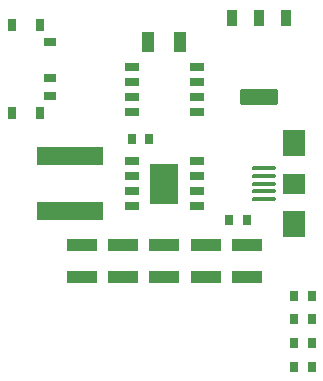
<source format=gtp>
G04 Layer_Color=8421504*
%FSLAX25Y25*%
%MOIN*%
G70*
G01*
G75*
%ADD10R,0.02756X0.03543*%
%ADD11R,0.04331X0.06693*%
%ADD12R,0.10236X0.04331*%
%ADD13R,0.04331X0.02756*%
%ADD14R,0.03150X0.03937*%
%ADD15R,0.05118X0.02756*%
%ADD16R,0.09449X0.13386*%
%ADD17R,0.22441X0.06299*%
G04:AMPARAMS|DCode=18|XSize=78.74mil|YSize=15.75mil|CornerRadius=0mil|HoleSize=0mil|Usage=FLASHONLY|Rotation=180.000|XOffset=0mil|YOffset=0mil|HoleType=Round|Shape=Octagon|*
%AMOCTAGOND18*
4,1,8,-0.03937,0.00394,-0.03937,-0.00394,-0.03543,-0.00787,0.03543,-0.00787,0.03937,-0.00394,0.03937,0.00394,0.03543,0.00787,-0.03543,0.00787,-0.03937,0.00394,0.0*
%
%ADD18OCTAGOND18*%

%ADD19R,0.07480X0.09000*%
%ADD20R,0.07480X0.07087*%
G04:AMPARAMS|DCode=21|XSize=36.61mil|YSize=51.58mil|CornerRadius=2.75mil|HoleSize=0mil|Usage=FLASHONLY|Rotation=180.000|XOffset=0mil|YOffset=0mil|HoleType=Round|Shape=RoundedRectangle|*
%AMROUNDEDRECTD21*
21,1,0.03661,0.04608,0,0,180.0*
21,1,0.03112,0.05158,0,0,180.0*
1,1,0.00549,-0.01556,0.02304*
1,1,0.00549,0.01556,0.02304*
1,1,0.00549,0.01556,-0.02304*
1,1,0.00549,-0.01556,-0.02304*
%
%ADD21ROUNDEDRECTD21*%
G04:AMPARAMS|DCode=22|XSize=127.56mil|YSize=51.58mil|CornerRadius=3.87mil|HoleSize=0mil|Usage=FLASHONLY|Rotation=180.000|XOffset=0mil|YOffset=0mil|HoleType=Round|Shape=RoundedRectangle|*
%AMROUNDEDRECTD22*
21,1,0.12756,0.04384,0,0,180.0*
21,1,0.11982,0.05158,0,0,180.0*
1,1,0.00774,-0.05991,0.02192*
1,1,0.00774,0.05991,0.02192*
1,1,0.00774,0.05991,-0.02192*
1,1,0.00774,-0.05991,-0.02192*
%
%ADD22ROUNDEDRECTD22*%
D10*
X421260Y149606D02*
D03*
X427165D02*
D03*
X427165Y157480D02*
D03*
X421260D02*
D03*
X427165Y173228D02*
D03*
X421260D02*
D03*
X421260Y165354D02*
D03*
X427165D02*
D03*
X405512Y198425D02*
D03*
X399606D02*
D03*
X367126Y225591D02*
D03*
X373031D02*
D03*
D11*
X372638Y257874D02*
D03*
X383268D02*
D03*
D12*
X391732Y179528D02*
D03*
Y190157D02*
D03*
X405512D02*
D03*
Y179528D02*
D03*
X350394Y190157D02*
D03*
Y179528D02*
D03*
X364173Y190157D02*
D03*
Y179528D02*
D03*
X377953Y190157D02*
D03*
Y179528D02*
D03*
D13*
X339961Y257677D02*
D03*
Y245866D02*
D03*
Y239961D02*
D03*
D14*
X336417Y263583D02*
D03*
X327362D02*
D03*
X336417Y234055D02*
D03*
X327362D02*
D03*
D15*
X388779Y218130D02*
D03*
Y213130D02*
D03*
Y203130D02*
D03*
Y208130D02*
D03*
X367126Y218130D02*
D03*
Y213130D02*
D03*
Y203130D02*
D03*
Y208130D02*
D03*
X388779Y244626D02*
D03*
Y249626D02*
D03*
Y239626D02*
D03*
Y234626D02*
D03*
X367126Y244626D02*
D03*
Y249626D02*
D03*
Y239626D02*
D03*
Y234626D02*
D03*
D16*
X377953Y210630D02*
D03*
D17*
X346457Y201378D02*
D03*
Y219882D02*
D03*
D18*
X411260Y205512D02*
D03*
Y208071D02*
D03*
Y210630D02*
D03*
Y213189D02*
D03*
Y215748D02*
D03*
D19*
X421260Y224130D02*
D03*
Y197130D02*
D03*
D20*
Y210630D02*
D03*
D21*
X418465Y265748D02*
D03*
X409449D02*
D03*
X400433D02*
D03*
D22*
X409449Y239409D02*
D03*
M02*

</source>
